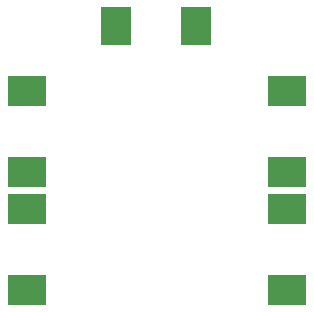
<source format=gtp>
G04 #@! TF.GenerationSoftware,KiCad,Pcbnew,6.0.9-8da3e8f707~116~ubuntu20.04.1*
G04 #@! TF.CreationDate,2023-03-23T19:36:49+00:00*
G04 #@! TF.ProjectId,LEC001021,4c454330-3031-4303-9231-2e6b69636164,rev?*
G04 #@! TF.SameCoordinates,Original*
G04 #@! TF.FileFunction,Paste,Top*
G04 #@! TF.FilePolarity,Positive*
%FSLAX46Y46*%
G04 Gerber Fmt 4.6, Leading zero omitted, Abs format (unit mm)*
G04 Created by KiCad (PCBNEW 6.0.9-8da3e8f707~116~ubuntu20.04.1) date 2023-03-23 19:36:49*
%MOMM*%
%LPD*%
G01*
G04 APERTURE LIST*
%ADD10R,3.300000X2.500000*%
%ADD11R,2.500000X3.300000*%
G04 APERTURE END LIST*
D10*
G04 #@! TO.C,D1*
X4000000Y-26800000D03*
X4000000Y-20000000D03*
G04 #@! TD*
G04 #@! TO.C,D2*
X4000000Y-16800000D03*
X4000000Y-10000000D03*
G04 #@! TD*
D11*
G04 #@! TO.C,D4*
X11500000Y-4500000D03*
X18300000Y-4500000D03*
G04 #@! TD*
D10*
G04 #@! TO.C,D5*
X26000000Y-10000000D03*
X26000000Y-16800000D03*
G04 #@! TD*
G04 #@! TO.C,D3*
X26000000Y-20000000D03*
X26000000Y-26800000D03*
G04 #@! TD*
M02*

</source>
